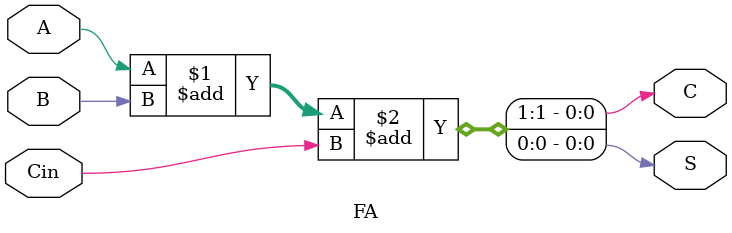
<source format=v>
`timescale 1ns / 1ps

module FA(output C, output S, input A, input B, input Cin);
    assign {C, S} = A + B + Cin;
endmodule


</source>
